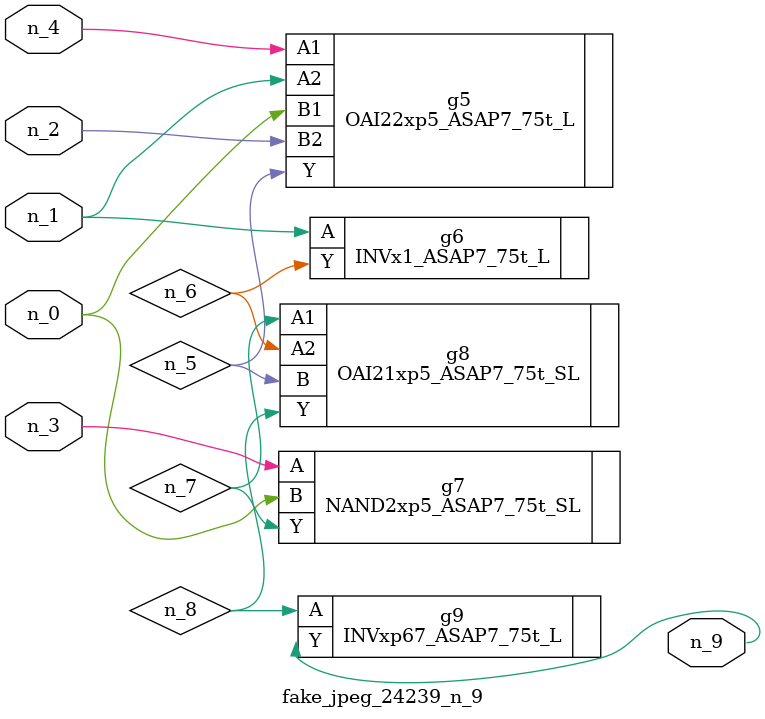
<source format=v>
module fake_jpeg_24239_n_9 (n_3, n_2, n_1, n_0, n_4, n_9);

input n_3;
input n_2;
input n_1;
input n_0;
input n_4;

output n_9;

wire n_8;
wire n_6;
wire n_5;
wire n_7;

OAI22xp5_ASAP7_75t_L g5 ( 
.A1(n_4),
.A2(n_1),
.B1(n_0),
.B2(n_2),
.Y(n_5)
);

INVx1_ASAP7_75t_L g6 ( 
.A(n_1),
.Y(n_6)
);

NAND2xp5_ASAP7_75t_SL g7 ( 
.A(n_3),
.B(n_0),
.Y(n_7)
);

OAI21xp5_ASAP7_75t_SL g8 ( 
.A1(n_7),
.A2(n_6),
.B(n_5),
.Y(n_8)
);

INVxp67_ASAP7_75t_L g9 ( 
.A(n_8),
.Y(n_9)
);


endmodule
</source>
